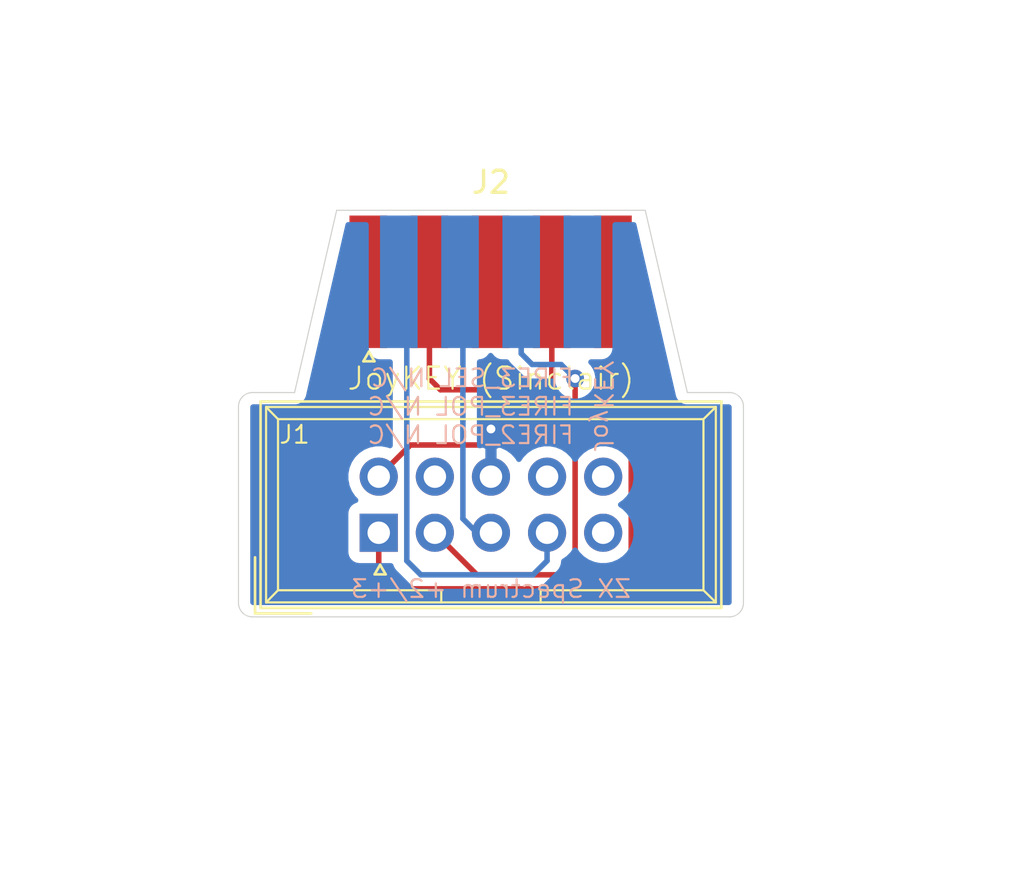
<source format=kicad_pcb>
(kicad_pcb (version 20171130) (host pcbnew "(5.1.8)-1")

  (general
    (thickness 1.6)
    (drawings 16)
    (tracks 38)
    (zones 0)
    (modules 2)
    (nets 7)
  )

  (page A4)
  (layers
    (0 F.Cu signal)
    (31 B.Cu signal)
    (32 B.Adhes user)
    (33 F.Adhes user)
    (34 B.Paste user)
    (35 F.Paste user)
    (36 B.SilkS user hide)
    (37 F.SilkS user hide)
    (38 B.Mask user)
    (39 F.Mask user)
    (40 Dwgs.User user)
    (41 Cmts.User user)
    (42 Eco1.User user)
    (43 Eco2.User user)
    (44 Edge.Cuts user)
    (45 Margin user)
    (46 B.CrtYd user)
    (47 F.CrtYd user)
    (48 B.Fab user)
    (49 F.Fab user)
  )

  (setup
    (last_trace_width 0.25)
    (trace_clearance 0.2)
    (zone_clearance 0.508)
    (zone_45_only no)
    (trace_min 0.2)
    (via_size 0.8)
    (via_drill 0.4)
    (via_min_size 0.4)
    (via_min_drill 0.3)
    (uvia_size 0.3)
    (uvia_drill 0.1)
    (uvias_allowed no)
    (uvia_min_size 0.2)
    (uvia_min_drill 0.1)
    (edge_width 0.05)
    (segment_width 0.2)
    (pcb_text_width 0.3)
    (pcb_text_size 1.5 1.5)
    (mod_edge_width 0.12)
    (mod_text_size 1 1)
    (mod_text_width 0.15)
    (pad_size 1.524 1.524)
    (pad_drill 0.762)
    (pad_to_mask_clearance 0)
    (aux_axis_origin 0 0)
    (visible_elements 7FFFFFFF)
    (pcbplotparams
      (layerselection 0x011fc_ffffffff)
      (usegerberextensions true)
      (usegerberattributes false)
      (usegerberadvancedattributes false)
      (creategerberjobfile false)
      (excludeedgelayer true)
      (linewidth 0.100000)
      (plotframeref false)
      (viasonmask false)
      (mode 1)
      (useauxorigin false)
      (hpglpennumber 1)
      (hpglpenspeed 20)
      (hpglpendiameter 15.000000)
      (psnegative false)
      (psa4output false)
      (plotreference true)
      (plotvalue true)
      (plotinvisibletext false)
      (padsonsilk false)
      (subtractmaskfromsilk false)
      (outputformat 1)
      (mirror false)
      (drillshape 0)
      (scaleselection 1)
      (outputdirectory "export/"))
  )

  (net 0 "")
  (net 1 GND)
  (net 2 /UP)
  (net 3 /DOWN)
  (net 4 /LEFT)
  (net 5 /RIGHT)
  (net 6 /FIRE)

  (net_class Default "This is the default net class."
    (clearance 0.2)
    (trace_width 0.25)
    (via_dia 0.8)
    (via_drill 0.4)
    (uvia_dia 0.3)
    (uvia_drill 0.1)
    (add_net /DOWN)
    (add_net /FIRE)
    (add_net /LEFT)
    (add_net /RIGHT)
    (add_net /UP)
    (add_net GND)
  )

  (module RND_DSUB:DSUB-9_Female_Edge (layer F.Cu) (tedit 5FF655D5) (tstamp 5FD2AA8D)
    (at 142.24 78.105)
    (descr "Straight DE-9 connector, the blue kind with metal shield removed (solder to pads).")
    (tags "9-pin D-Sub connector straight vertical THT male pitch 2.77x2.84mm mounting holes distance 25mm")
    (path /5FD232F5)
    (fp_text reference J2 (at 0 -4.445 180) (layer F.SilkS)
      (effects (font (size 1 1) (thickness 0.15)))
    )
    (fp_text value Sinclair (at 0 -5.715 180) (layer F.Fab)
      (effects (font (size 1 1) (thickness 0.15)))
    )
    (fp_line (start -8.001 4.064) (end 8.001 4.064) (layer F.CrtYd) (width 0.05))
    (fp_line (start -8.001 -4.572) (end -8.001 4.064) (layer F.CrtYd) (width 0.05))
    (fp_line (start 8.001 -4.572) (end -8.001 -4.572) (layer F.CrtYd) (width 0.05))
    (fp_line (start 8.001 4.064) (end 8.001 -4.572) (layer F.CrtYd) (width 0.05))
    (fp_line (start 7.82557 2.022844) (end 6.926302 -3.077156) (layer Dwgs.User) (width 0.12))
    (fp_line (start -7.90737 2.022844) (end -7.008102 -3.077156) (layer Dwgs.User) (width 0.12))
    (fp_line (start 5.291521 -4.4489) (end -5.373321 -4.4489) (layer Dwgs.User) (width 0.12))
    (fp_line (start 6.190789 3.9711) (end -6.272589 3.9711) (layer Dwgs.User) (width 0.12))
    (fp_line (start 7.752587 2.033263) (end 6.853319 -3.066737) (layer F.Fab) (width 0.1))
    (fp_line (start -7.885187 2.033263) (end -6.985919 -3.066737) (layer F.Fab) (width 0.1))
    (fp_line (start 5.277627 -4.3889) (end -5.410227 -4.3889) (layer F.Fab) (width 0.1))
    (fp_line (start 6.176894 3.9111) (end -6.309494 3.9111) (layer F.Fab) (width 0.1))
    (fp_line (start -5.5245 3.230425) (end -5.2745 3.663438) (layer F.SilkS) (width 0.12))
    (fp_line (start -5.7745 3.663438) (end -5.5245 3.230425) (layer F.SilkS) (width 0.12))
    (fp_line (start -5.2745 3.663438) (end -5.7745 3.663438) (layer F.SilkS) (width 0.12))
    (fp_text user %R (at 4.1755 1.4375 180) (layer F.Fab)
      (effects (font (size 1 1) (thickness 0.15)))
    )
    (fp_arc (start -5.373321 -2.7889) (end -5.373321 -4.4489) (angle -80) (layer Dwgs.User) (width 0.12))
    (fp_arc (start 5.291521 -2.7889) (end 5.291521 -4.4489) (angle 80) (layer Dwgs.User) (width 0.12))
    (fp_arc (start -6.272589 2.3111) (end -6.272589 3.9711) (angle 100) (layer Dwgs.User) (width 0.12))
    (fp_arc (start 6.190789 2.3111) (end 6.190789 3.9711) (angle -100) (layer Dwgs.User) (width 0.12))
    (fp_arc (start -5.410227 -2.7889) (end -5.410227 -4.3889) (angle -80) (layer F.Fab) (width 0.1))
    (fp_arc (start 5.277627 -2.7889) (end 5.277627 -4.3889) (angle 80) (layer F.Fab) (width 0.1))
    (fp_arc (start -6.309494 2.3111) (end -6.309494 3.9111) (angle 100) (layer F.Fab) (width 0.1))
    (fp_arc (start 6.176894 2.3111) (end 6.176894 3.9111) (angle -100) (layer F.Fab) (width 0.1))
    (pad 6 smd rect (at -4.1705 0.0635 180) (size 1.7 6) (layers B.Cu B.Paste B.Mask)
      (net 5 /RIGHT))
    (pad 7 smd rect (at -1.4005 0.0635 180) (size 1.7 6) (layers B.Cu B.Paste B.Mask)
      (net 4 /LEFT))
    (pad 8 smd rect (at 1.3695 0.0635 180) (size 1.7 6) (layers B.Cu B.Paste B.Mask)
      (net 3 /DOWN))
    (pad 9 smd rect (at 4.1395 0.0635 180) (size 1.7 6) (layers B.Cu B.Paste B.Mask))
    (pad 1 smd rect (at -5.5555 0.0635 180) (size 1.7 6) (layers F.Cu F.Paste F.Mask))
    (pad 2 smd rect (at -2.7855 0.0635 180) (size 1.7 6) (layers F.Cu F.Paste F.Mask)
      (net 1 GND))
    (pad 3 smd rect (at -0.0155 0.0635 180) (size 1.7 6) (layers F.Cu F.Paste F.Mask))
    (pad 4 smd rect (at 2.7545 0.0635 180) (size 1.7 6) (layers F.Cu F.Paste F.Mask)
      (net 6 /FIRE))
    (pad 5 smd rect (at 5.5245 0.0635 180) (size 1.7 6) (layers F.Cu F.Paste F.Mask)
      (net 2 /UP))
    (model ${KISYS3DMOD}/Connectors_DSub.3dshapes/DSUB-9_Male_Vertical_Pitch2.77x2.84mm.wrl
      (at (xyz 0 0 0))
      (scale (xyz 1 1 1))
      (rotate (xyz 0 0 0))
    )
  )

  (module "C64 IDC:IDC_Joystick" (layer F.Cu) (tedit 5FD29ED6) (tstamp 5FD2915C)
    (at 137.16 89.535 90)
    (descr "Through hole straight IDC box header, 2x05, 2.54mm pitch, double rows")
    (tags "Through hole IDC box header THT 2x05 2.54mm double row")
    (path /5FD1F19D)
    (fp_text reference J1 (at 4.445 -3.81 180) (layer F.SilkS)
      (effects (font (size 0.8 0.8) (thickness 0.1)))
    )
    (fp_text value JoyKEY (at 1.27 16.764 90) (layer F.Fab)
      (effects (font (size 1 1) (thickness 0.15)))
    )
    (fp_line (start 5.695 -5.1) (end 5.695 15.26) (layer F.SilkS) (width 0.1))
    (fp_line (start 5.145 -4.56) (end 5.145 14.7) (layer F.SilkS) (width 0.1))
    (fp_line (start -3.155 -5.1) (end -3.155 15.26) (layer F.SilkS) (width 0.1))
    (fp_line (start -2.605 -4.56) (end -2.605 2.83) (layer F.SilkS) (width 0.1))
    (fp_line (start -2.605 7.33) (end -2.605 14.7) (layer F.SilkS) (width 0.1))
    (fp_line (start -2.605 2.83) (end -3.155 2.83) (layer F.SilkS) (width 0.1))
    (fp_line (start -2.605 7.33) (end -3.155 7.33) (layer F.SilkS) (width 0.1))
    (fp_line (start 5.695 -5.1) (end -3.155 -5.1) (layer F.SilkS) (width 0.1))
    (fp_line (start 5.145 -4.56) (end -2.605 -4.56) (layer F.SilkS) (width 0.1))
    (fp_line (start 5.695 15.26) (end -3.155 15.26) (layer F.SilkS) (width 0.1))
    (fp_line (start 5.145 14.7) (end -2.605 14.7) (layer F.SilkS) (width 0.1))
    (fp_line (start 5.695 -5.1) (end 5.145 -4.56) (layer F.SilkS) (width 0.1))
    (fp_line (start 5.695 15.26) (end 5.145 14.7) (layer F.SilkS) (width 0.1))
    (fp_line (start -3.155 -5.1) (end -2.605 -4.56) (layer F.SilkS) (width 0.1))
    (fp_line (start -3.155 15.26) (end -2.605 14.7) (layer F.SilkS) (width 0.1))
    (fp_line (start 5.95 -5.35) (end 5.95 15.51) (layer F.CrtYd) (width 0.05))
    (fp_line (start 5.95 15.51) (end -3.41 15.51) (layer F.CrtYd) (width 0.05))
    (fp_line (start -3.41 15.51) (end -3.41 -5.35) (layer F.CrtYd) (width 0.05))
    (fp_line (start -3.41 -5.35) (end 5.95 -5.35) (layer F.CrtYd) (width 0.05))
    (fp_line (start 5.945 -5.35) (end 5.945 15.51) (layer F.SilkS) (width 0.12))
    (fp_line (start 5.945 15.51) (end -3.405 15.51) (layer F.SilkS) (width 0.12))
    (fp_line (start -3.405 15.51) (end -3.405 -5.35) (layer F.SilkS) (width 0.12))
    (fp_line (start -3.405 -5.35) (end 5.945 -5.35) (layer F.SilkS) (width 0.12))
    (fp_line (start -3.655 -5.6) (end -3.655 -3.06) (layer F.SilkS) (width 0.12))
    (fp_line (start -3.655 -5.6) (end -1.115 -5.6) (layer F.SilkS) (width 0.12))
    (fp_line (start -1.452425 0.0635) (end -1.885438 0.3135) (layer F.SilkS) (width 0.12))
    (fp_line (start -1.885438 -0.1865) (end -1.452425 0.0635) (layer F.SilkS) (width 0.12))
    (fp_line (start -1.885438 0.3135) (end -1.885438 -0.1865) (layer F.SilkS) (width 0.12))
    (fp_text user %R (at 1.27 5.08 90) (layer F.Fab)
      (effects (font (size 1 1) (thickness 0.15)))
    )
    (pad 10 thru_hole oval (at 2.54 10.16 90) (size 1.7272 1.7272) (drill 1.016) (layers *.Cu *.Mask))
    (pad 9 thru_hole oval (at 2.54 7.62 90) (size 1.7272 1.7272) (drill 1.016) (layers *.Cu *.Mask))
    (pad 8 thru_hole oval (at 2.54 5.08 90) (size 1.7272 1.7272) (drill 1.016) (layers *.Cu *.Mask)
      (net 1 GND))
    (pad 7 thru_hole oval (at 2.54 2.54 90) (size 1.7272 1.7272) (drill 1.016) (layers *.Cu *.Mask))
    (pad 6 thru_hole oval (at 2.54 0 90) (size 1.7272 1.7272) (drill 1.016) (layers *.Cu *.Mask)
      (net 6 /FIRE))
    (pad 5 thru_hole oval (at 0 10.16 90) (size 1.7272 1.7272) (drill 1.016) (layers *.Cu *.Mask))
    (pad 4 thru_hole oval (at 0 7.62 90) (size 1.7272 1.7272) (drill 1.016) (layers *.Cu *.Mask)
      (net 5 /RIGHT))
    (pad 3 thru_hole oval (at 0 5.08 90) (size 1.7272 1.7272) (drill 1.016) (layers *.Cu *.Mask)
      (net 4 /LEFT))
    (pad 2 thru_hole oval (at 0 2.54 90) (size 1.7272 1.7272) (drill 1.016) (layers *.Cu *.Mask)
      (net 3 /DOWN))
    (pad 1 thru_hole rect (at 0 0 90) (size 1.7272 1.7272) (drill 1.016) (layers *.Cu *.Mask)
      (net 2 /UP))
    (model ${KISYS3DMOD}/Connector_IDC.3dshapes/IDC-Header_2x05_P2.54mm_Vertical.wrl
      (at (xyz 0 0 0))
      (scale (xyz 1 1 1))
      (rotate (xyz 0 0 0))
    )
  )

  (gr_text "ZX Spectrum +2/+3" (at 142.24 92.075) (layer B.SilkS) (tstamp 5FF6B65F)
    (effects (font (size 0.8 0.8) (thickness 0.1)) (justify mirror))
  )
  (gr_text JoyKEY (at 147.32 83.82 270) (layer B.SilkS) (tstamp 5FD2C5BA)
    (effects (font (size 0.8 0.8) (thickness 0.1)) (justify mirror))
  )
  (gr_text "FIRE3_SEL N/C\nFIRE3_POL N/C\nFIRE2_POL N/C" (at 146.05 83.82) (layer B.SilkS)
    (effects (font (size 0.8 0.8) (thickness 0.1)) (justify left mirror))
  )
  (gr_text "JoyKEY (Sinclair)" (at 142.24 82.55) (layer F.SilkS)
    (effects (font (size 1 1) (thickness 0.1)))
  )
  (gr_line (start 151.13 83.185) (end 153.035 83.185) (layer Edge.Cuts) (width 0.05) (tstamp 5FD2B03F))
  (gr_line (start 133.35 83.185) (end 131.445 83.185) (layer Edge.Cuts) (width 0.05) (tstamp 5FD2B03E))
  (gr_arc (start 153.035 83.82) (end 153.67 83.82) (angle -90) (layer Edge.Cuts) (width 0.05) (tstamp 5FD2B027))
  (gr_arc (start 131.445 83.82) (end 131.445 83.185) (angle -90) (layer Edge.Cuts) (width 0.05) (tstamp 5FD2B027))
  (gr_arc (start 131.445 92.71) (end 130.81 92.71) (angle -90) (layer Edge.Cuts) (width 0.05) (tstamp 5FD2B027))
  (gr_arc (start 153.035 92.71) (end 153.035 93.345) (angle -90) (layer Edge.Cuts) (width 0.05))
  (gr_line (start 149.225 74.93) (end 151.13 83.185) (layer Edge.Cuts) (width 0.05))
  (gr_line (start 135.255 74.93) (end 133.35 83.185) (layer Edge.Cuts) (width 0.05))
  (gr_line (start 153.67 83.82) (end 153.67 92.71) (layer Edge.Cuts) (width 0.05) (tstamp 5FD2AFB5))
  (gr_line (start 135.255 74.93) (end 149.225 74.93) (layer Edge.Cuts) (width 0.05))
  (gr_line (start 130.81 92.71) (end 130.81 83.82) (layer Edge.Cuts) (width 0.05))
  (gr_line (start 153.035 93.345) (end 131.445 93.345) (layer Edge.Cuts) (width 0.05))

  (via (at 142.24 84.836) (size 0.8) (drill 0.4) (layers F.Cu B.Cu) (net 1))
  (segment (start 142.24 86.995) (end 142.24 84.836) (width 0.25) (layer B.Cu) (net 1))
  (segment (start 142.24 83.566) (end 142.24 84.836) (width 0.25) (layer F.Cu) (net 1))
  (segment (start 141.732 83.058) (end 142.24 83.566) (width 0.25) (layer F.Cu) (net 1))
  (segment (start 139.954 83.058) (end 141.732 83.058) (width 0.25) (layer F.Cu) (net 1))
  (segment (start 139.4545 82.5585) (end 139.954 83.058) (width 0.25) (layer F.Cu) (net 1))
  (segment (start 139.4545 78.1685) (end 139.4545 82.5585) (width 0.25) (layer F.Cu) (net 1))
  (segment (start 148.59 78.994) (end 147.7645 78.1685) (width 0.25) (layer F.Cu) (net 2) (status 30))
  (segment (start 148.59 91.44) (end 148.59 78.994) (width 0.25) (layer F.Cu) (net 2) (status 20))
  (segment (start 137.795 92.075) (end 147.955 92.075) (width 0.25) (layer F.Cu) (net 2))
  (segment (start 147.955 92.075) (end 148.59 91.44) (width 0.25) (layer F.Cu) (net 2))
  (segment (start 137.16 91.44) (end 137.795 92.075) (width 0.25) (layer F.Cu) (net 2))
  (segment (start 137.16 89.535) (end 137.16 91.44) (width 0.25) (layer F.Cu) (net 2) (status 10))
  (via (at 146.05 82.550068) (size 0.8) (drill 0.4) (layers F.Cu B.Cu) (net 3))
  (segment (start 139.7 89.535) (end 141.605 91.44) (width 0.25) (layer F.Cu) (net 3))
  (segment (start 141.605 91.44) (end 145.415 91.44) (width 0.25) (layer F.Cu) (net 3))
  (segment (start 145.415 91.44) (end 146.05 90.805) (width 0.25) (layer F.Cu) (net 3))
  (segment (start 146.05 90.805) (end 146.05 82.550068) (width 0.25) (layer F.Cu) (net 3))
  (segment (start 144.106 81.915) (end 145.414932 81.915) (width 0.25) (layer B.Cu) (net 3))
  (segment (start 145.414932 81.915) (end 146.05 82.550068) (width 0.25) (layer B.Cu) (net 3))
  (segment (start 143.6095 81.4185) (end 144.106 81.915) (width 0.25) (layer B.Cu) (net 3))
  (segment (start 143.6095 78.1685) (end 143.6095 81.4185) (width 0.25) (layer B.Cu) (net 3))
  (segment (start 141.605 89.535) (end 142.24 89.535) (width 0.25) (layer B.Cu) (net 4) (status 30))
  (segment (start 140.97 88.9) (end 141.605 89.535) (width 0.25) (layer B.Cu) (net 4) (status 20))
  (segment (start 140.97 84.455) (end 140.97 84.365) (width 0.25) (layer B.Cu) (net 4))
  (segment (start 140.97 84.455) (end 140.97 88.9) (width 0.25) (layer B.Cu) (net 4))
  (segment (start 140.97 78.299) (end 140.8395 78.1685) (width 0.25) (layer B.Cu) (net 4))
  (segment (start 140.97 84.455) (end 140.97 78.299) (width 0.25) (layer B.Cu) (net 4))
  (segment (start 144.78 90.805) (end 144.78 89.535) (width 0.25) (layer B.Cu) (net 5) (status 20))
  (segment (start 139.065 91.44) (end 144.145 91.44) (width 0.25) (layer B.Cu) (net 5))
  (segment (start 138.43 90.805) (end 139.065 91.44) (width 0.25) (layer B.Cu) (net 5))
  (segment (start 138.43 78.529) (end 138.43 90.805) (width 0.25) (layer B.Cu) (net 5) (status 10))
  (segment (start 144.145 91.44) (end 144.78 90.805) (width 0.25) (layer B.Cu) (net 5))
  (segment (start 138.0695 78.1685) (end 138.43 78.529) (width 0.25) (layer B.Cu) (net 5) (status 30))
  (segment (start 144.308999 85.561001) (end 144.9945 84.8755) (width 0.25) (layer F.Cu) (net 6))
  (segment (start 137.16 86.995) (end 138.593999 85.561001) (width 0.25) (layer F.Cu) (net 6))
  (segment (start 138.593999 85.561001) (end 144.308999 85.561001) (width 0.25) (layer F.Cu) (net 6))
  (segment (start 144.9945 84.8755) (end 144.9945 78.1685) (width 0.25) (layer F.Cu) (net 6))

  (zone (net 1) (net_name GND) (layer B.Cu) (tstamp 5FD2C44D) (hatch edge 0.508)
    (connect_pads (clearance 0.508))
    (min_thickness 0.254)
    (fill yes (arc_segments 32) (thermal_gap 0.508) (thermal_bridge_width 0.508))
    (polygon
      (pts
        (xy 166.37 105.41) (xy 120.015 105.41) (xy 120.015 65.405) (xy 166.37 65.405)
      )
    )
    (filled_polygon
      (pts
        (xy 136.581428 81.1685) (xy 136.593688 81.292982) (xy 136.629998 81.41268) (xy 136.688963 81.522994) (xy 136.768315 81.619685)
        (xy 136.865006 81.699037) (xy 136.97532 81.758002) (xy 137.095018 81.794312) (xy 137.2195 81.806572) (xy 137.67 81.806572)
        (xy 137.670001 85.584176) (xy 137.597125 85.55399) (xy 137.307599 85.4964) (xy 137.012401 85.4964) (xy 136.722875 85.55399)
        (xy 136.450147 85.666958) (xy 136.204698 85.830961) (xy 135.995961 86.039698) (xy 135.831958 86.285147) (xy 135.71899 86.557875)
        (xy 135.6614 86.847401) (xy 135.6614 87.142599) (xy 135.71899 87.432125) (xy 135.831958 87.704853) (xy 135.995961 87.950302)
        (xy 136.110023 88.064364) (xy 136.05222 88.081898) (xy 135.941906 88.140863) (xy 135.845215 88.220215) (xy 135.765863 88.316906)
        (xy 135.706898 88.42722) (xy 135.670588 88.546918) (xy 135.658328 88.6714) (xy 135.658328 90.3986) (xy 135.670588 90.523082)
        (xy 135.706898 90.64278) (xy 135.765863 90.753094) (xy 135.845215 90.849785) (xy 135.941906 90.929137) (xy 136.05222 90.988102)
        (xy 136.171918 91.024412) (xy 136.2964 91.036672) (xy 137.70608 91.036672) (xy 137.724454 91.097246) (xy 137.795026 91.229276)
        (xy 137.866201 91.316002) (xy 137.89 91.345001) (xy 137.918998 91.368799) (xy 138.5012 91.951002) (xy 138.524999 91.980001)
        (xy 138.553997 92.003799) (xy 138.640724 92.074974) (xy 138.772753 92.145546) (xy 138.916014 92.189003) (xy 139.065 92.203677)
        (xy 139.102333 92.2) (xy 144.107678 92.2) (xy 144.145 92.203676) (xy 144.182322 92.2) (xy 144.182333 92.2)
        (xy 144.293986 92.189003) (xy 144.437247 92.145546) (xy 144.569276 92.074974) (xy 144.685001 91.980001) (xy 144.708803 91.950998)
        (xy 145.291004 91.368798) (xy 145.320001 91.345001) (xy 145.414974 91.229276) (xy 145.485546 91.097247) (xy 145.529003 90.953986)
        (xy 145.54 90.842333) (xy 145.54 90.842332) (xy 145.541349 90.828633) (xy 145.735302 90.699039) (xy 145.944039 90.490302)
        (xy 146.05 90.331719) (xy 146.155961 90.490302) (xy 146.364698 90.699039) (xy 146.610147 90.863042) (xy 146.882875 90.97601)
        (xy 147.172401 91.0336) (xy 147.467599 91.0336) (xy 147.757125 90.97601) (xy 148.029853 90.863042) (xy 148.275302 90.699039)
        (xy 148.484039 90.490302) (xy 148.648042 90.244853) (xy 148.76101 89.972125) (xy 148.8186 89.682599) (xy 148.8186 89.387401)
        (xy 148.76101 89.097875) (xy 148.648042 88.825147) (xy 148.484039 88.579698) (xy 148.275302 88.370961) (xy 148.116719 88.265)
        (xy 148.275302 88.159039) (xy 148.484039 87.950302) (xy 148.648042 87.704853) (xy 148.76101 87.432125) (xy 148.8186 87.142599)
        (xy 148.8186 86.847401) (xy 148.76101 86.557875) (xy 148.648042 86.285147) (xy 148.484039 86.039698) (xy 148.275302 85.830961)
        (xy 148.029853 85.666958) (xy 147.757125 85.55399) (xy 147.467599 85.4964) (xy 147.172401 85.4964) (xy 146.882875 85.55399)
        (xy 146.610147 85.666958) (xy 146.364698 85.830961) (xy 146.155961 86.039698) (xy 146.05 86.198281) (xy 145.944039 86.039698)
        (xy 145.735302 85.830961) (xy 145.489853 85.666958) (xy 145.217125 85.55399) (xy 144.927599 85.4964) (xy 144.632401 85.4964)
        (xy 144.342875 85.55399) (xy 144.070147 85.666958) (xy 143.824698 85.830961) (xy 143.615961 86.039698) (xy 143.505441 86.205103)
        (xy 143.446817 86.106512) (xy 143.250293 85.888146) (xy 143.014944 85.712316) (xy 142.749814 85.585778) (xy 142.599026 85.540042)
        (xy 142.367 85.661183) (xy 142.367 86.868) (xy 142.387 86.868) (xy 142.387 87.122) (xy 142.367 87.122)
        (xy 142.367 87.142) (xy 142.113 87.142) (xy 142.113 87.122) (xy 142.093 87.122) (xy 142.093 86.868)
        (xy 142.113 86.868) (xy 142.113 85.661183) (xy 141.880974 85.540042) (xy 141.730186 85.585778) (xy 141.73 85.585867)
        (xy 141.73 81.802583) (xy 141.813982 81.794312) (xy 141.93368 81.758002) (xy 142.043994 81.699037) (xy 142.140685 81.619685)
        (xy 142.220037 81.522994) (xy 142.2245 81.514644) (xy 142.228963 81.522994) (xy 142.308315 81.619685) (xy 142.405006 81.699037)
        (xy 142.51532 81.758002) (xy 142.635018 81.794312) (xy 142.7595 81.806572) (xy 142.955174 81.806572) (xy 142.974526 81.842776)
        (xy 143.045701 81.929502) (xy 143.0695 81.958501) (xy 143.098498 81.982299) (xy 143.542196 82.425997) (xy 143.565999 82.455001)
        (xy 143.639146 82.515031) (xy 143.681723 82.549974) (xy 143.802156 82.614347) (xy 143.813753 82.620546) (xy 143.957014 82.664003)
        (xy 144.068667 82.675) (xy 144.068676 82.675) (xy 144.105999 82.678676) (xy 144.143322 82.675) (xy 145.019574 82.675)
        (xy 145.054774 82.851966) (xy 145.132795 83.040324) (xy 145.246063 83.209842) (xy 145.390226 83.354005) (xy 145.559744 83.467273)
        (xy 145.748102 83.545294) (xy 145.948061 83.585068) (xy 146.151939 83.585068) (xy 146.351898 83.545294) (xy 146.540256 83.467273)
        (xy 146.709774 83.354005) (xy 146.853937 83.209842) (xy 146.967205 83.040324) (xy 147.045226 82.851966) (xy 147.085 82.652007)
        (xy 147.085 82.448129) (xy 147.045226 82.24817) (xy 146.967205 82.059812) (xy 146.853937 81.890294) (xy 146.770215 81.806572)
        (xy 147.2295 81.806572) (xy 147.353982 81.794312) (xy 147.47368 81.758002) (xy 147.583994 81.699037) (xy 147.680685 81.619685)
        (xy 147.760037 81.522994) (xy 147.819002 81.41268) (xy 147.855312 81.292982) (xy 147.867572 81.1685) (xy 147.867572 75.59)
        (xy 148.699963 75.59) (xy 150.477345 83.291998) (xy 150.47955 83.314383) (xy 150.491926 83.355179) (xy 150.494191 83.364996)
        (xy 150.501342 83.386222) (xy 150.51729 83.438793) (xy 150.522064 83.447725) (xy 150.5253 83.457329) (xy 150.552673 83.50499)
        (xy 150.578575 83.55345) (xy 150.585003 83.561282) (xy 150.590048 83.570067) (xy 150.626194 83.611473) (xy 150.661052 83.653948)
        (xy 150.668881 83.660373) (xy 150.675545 83.668007) (xy 150.719072 83.701564) (xy 150.76155 83.736425) (xy 150.770486 83.741201)
        (xy 150.778508 83.747386) (xy 150.827744 83.771806) (xy 150.876207 83.79771) (xy 150.8859 83.80065) (xy 150.894978 83.805153)
        (xy 150.948027 83.819497) (xy 151.000617 83.83545) (xy 151.010703 83.836443) (xy 151.02048 83.839087) (xy 151.075307 83.842806)
        (xy 151.097581 83.845) (xy 151.107646 83.845) (xy 151.15019 83.847886) (xy 151.172503 83.845) (xy 153.002725 83.845)
        (xy 153.009513 83.845666) (xy 153.01 83.850301) (xy 153.010001 92.677715) (xy 153.009335 92.684513) (xy 153.004699 92.685)
        (xy 131.477275 92.685) (xy 131.470487 92.684335) (xy 131.47 92.679699) (xy 131.47 83.852275) (xy 131.470666 83.845487)
        (xy 131.475301 83.845) (xy 133.307504 83.845) (xy 133.32981 83.847885) (xy 133.372339 83.845) (xy 133.382419 83.845)
        (xy 133.404727 83.842803) (xy 133.459519 83.839086) (xy 133.46929 83.836444) (xy 133.479383 83.83545) (xy 133.531994 83.81949)
        (xy 133.585021 83.805153) (xy 133.594098 83.800651) (xy 133.603793 83.79771) (xy 133.652269 83.771799) (xy 133.701491 83.747386)
        (xy 133.709511 83.741203) (xy 133.71845 83.736425) (xy 133.760944 83.701551) (xy 133.804454 83.668007) (xy 133.811116 83.660376)
        (xy 133.818948 83.653948) (xy 133.853822 83.611454) (xy 133.889951 83.570067) (xy 133.894994 83.561286) (xy 133.901425 83.55345)
        (xy 133.927341 83.504964) (xy 133.954699 83.457329) (xy 133.957933 83.44773) (xy 133.96271 83.438793) (xy 133.978667 83.386192)
        (xy 133.985808 83.364996) (xy 133.98807 83.355193) (xy 134.00045 83.314383) (xy 134.002655 83.29199) (xy 135.780038 75.59)
        (xy 136.581428 75.59)
      )
    )
  )
)

</source>
